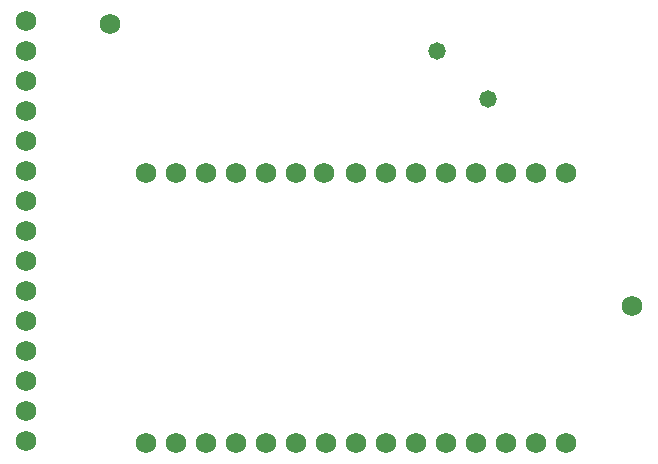
<source format=gts>
G04*
G04 #@! TF.GenerationSoftware,Altium Limited,Altium Designer,20.0.14 (345)*
G04*
G04 Layer_Color=8388736*
%FSLAX25Y25*%
%MOIN*%
G70*
G01*
G75*
%ADD11C,0.06800*%
%ADD12C,0.05800*%
D11*
X214000Y56000D02*
D03*
X40000Y150000D02*
D03*
X12000Y151000D02*
D03*
Y141000D02*
D03*
Y131000D02*
D03*
Y11000D02*
D03*
Y21000D02*
D03*
Y31000D02*
D03*
Y41000D02*
D03*
Y51000D02*
D03*
Y61000D02*
D03*
Y71000D02*
D03*
Y81000D02*
D03*
Y91000D02*
D03*
Y101000D02*
D03*
Y111000D02*
D03*
Y121000D02*
D03*
X52000Y10500D02*
D03*
X62000D02*
D03*
X72000D02*
D03*
X82000D02*
D03*
X92000D02*
D03*
X102000D02*
D03*
X112000D02*
D03*
X122000D02*
D03*
X132000D02*
D03*
X142000D02*
D03*
X152000D02*
D03*
X162000D02*
D03*
X172000D02*
D03*
X182000D02*
D03*
X192000D02*
D03*
Y100264D02*
D03*
X182000D02*
D03*
X172000D02*
D03*
X162000D02*
D03*
X152000D02*
D03*
X142000D02*
D03*
X132000D02*
D03*
X122000D02*
D03*
X111500D02*
D03*
X102000D02*
D03*
X92000D02*
D03*
X82000D02*
D03*
X72000D02*
D03*
X62000D02*
D03*
X52000D02*
D03*
D12*
X166000Y125000D02*
D03*
X149000Y141000D02*
D03*
M02*

</source>
